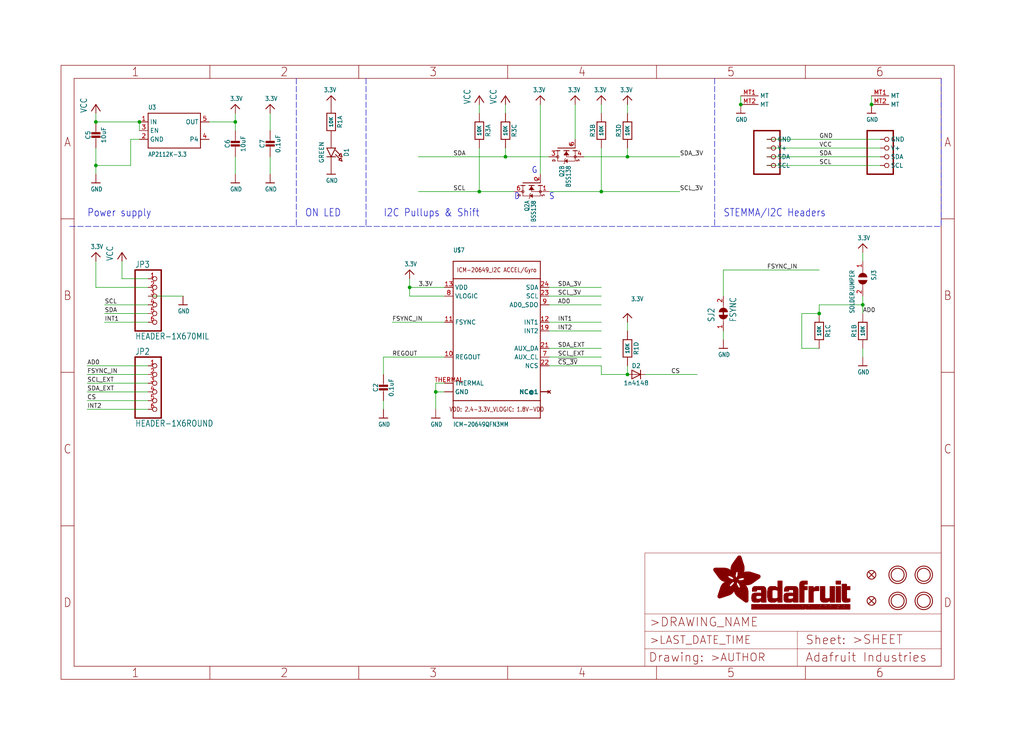
<source format=kicad_sch>
(kicad_sch (version 20211123) (generator eeschema)
  (paper "User" 298.45 217.881)
  (lib_symbols
    (symbol "schematicEagle-eagle-import:3.3V" (power)
      (property "Value" "3.3V" (at -1.524 1.016 0))
      (symbol "3.3V_1_0"
        (pin power_in line (at 0 -2.54 90) (length 2.54) (name "3.3V") (number "1"))
      )
    )
    (symbol "schematicEagle-eagle-import:CAP_CERAMIC0603_NO"
      (property "Reference" "C" (at -2.29 1.25 90))
      (property "Value" "CAP_CERAMIC0603_NO" (at 2.3 1.25 90))
      (symbol "CAP_CERAMIC0603_NO_1_0"
        (pin passive line (at 0 5.08 270) (length 2.54) (name "1") (number "1"))
        (pin passive line (at 0 -2.54 90) (length 2.54) (name "2") (number "2"))
      )
    )
    (symbol "schematicEagle-eagle-import:CAP_CERAMIC0805-NOOUTLINE"
      (property "Reference" "C" (at -2.29 1.25 90))
      (property "Value" "CAP_CERAMIC0805-NOOUTLINE" (at 2.3 1.25 90))
      (symbol "CAP_CERAMIC0805-NOOUTLINE_1_0"
        (pin passive line (at 0 5.08 270) (length 2.54) (name "1") (number "1"))
        (pin passive line (at 0 -2.54 90) (length 2.54) (name "2") (number "2"))
      )
    )
    (symbol "schematicEagle-eagle-import:DIODESOD-323"
      (property "Reference" "D" (at 0 2.54 0))
      (property "Value" "DIODESOD-323" (at 0 -2.5 0))
      (symbol "DIODESOD-323_1_0"
        (pin passive line (at -2.54 0 0) (length 2.54) (name "A") (number "A"))
        (pin passive line (at 2.54 0 180) (length 2.54) (name "C") (number "C"))
      )
    )
    (symbol "schematicEagle-eagle-import:FIDUCIAL_1MM")
    (symbol "schematicEagle-eagle-import:FRAME_A4_ADAFRUIT"
      (symbol "FRAME_A4_ADAFRUIT_0_0"
        (text "1" (at 21.6958 1.905 0) (effects (font (size 2.54 2.286))))
        (text "1" (at 21.6958 177.165 0) (effects (font (size 2.54 2.286))))
        (text "2" (at 65.0875 1.905 0) (effects (font (size 2.54 2.286))))
        (text "2" (at 65.0875 177.165 0) (effects (font (size 2.54 2.286))))
        (text "3" (at 108.4792 1.905 0) (effects (font (size 2.54 2.286))))
        (text "3" (at 108.4792 177.165 0) (effects (font (size 2.54 2.286))))
        (text "4" (at 151.8708 1.905 0) (effects (font (size 2.54 2.286))))
        (text "4" (at 151.8708 177.165 0) (effects (font (size 2.54 2.286))))
        (text "5" (at 195.2625 1.905 0) (effects (font (size 2.54 2.286))))
        (text "5" (at 195.2625 177.165 0) (effects (font (size 2.54 2.286))))
        (text "6" (at 238.6542 1.905 0) (effects (font (size 2.54 2.286))))
        (text "6" (at 238.6542 177.165 0) (effects (font (size 2.54 2.286))))
        (text "A" (at 1.905 156.6863 0) (effects (font (size 2.54 2.286))))
        (text "A" (at 258.445 156.6863 0) (effects (font (size 2.54 2.286))))
        (text "B" (at 1.905 111.9188 0) (effects (font (size 2.54 2.286))))
        (text "B" (at 258.445 111.9188 0) (effects (font (size 2.54 2.286))))
        (text "C" (at 1.905 67.1513 0) (effects (font (size 2.54 2.286))))
        (text "C" (at 258.445 67.1513 0) (effects (font (size 2.54 2.286))))
        (text "D" (at 1.905 22.3838 0) (effects (font (size 2.54 2.286))))
        (text "D" (at 258.445 22.3838 0) (effects (font (size 2.54 2.286))))
      )
      (symbol "FRAME_A4_ADAFRUIT_1_0"
        (text ">AUTHOR" (at 189.23 5.08 0) (effects (font (size 2.286 2.286)) (justify left bottom)))
        (text ">DRAWING_NAME" (at 171.45 15.24 0) (effects (font (size 2.54 2.54)) (justify left bottom)))
        (text ">LAST_DATE_TIME" (at 171.45 10.16 0) (effects (font (size 2.286 2.286)) (justify left bottom)))
        (text ">SHEET" (at 230.505 10.16 0) (effects (font (size 2.54 2.54)) (justify left bottom)))
        (text "Adafruit Industries" (at 216.916 4.953 0) (effects (font (size 2.54 2.54)) (justify left bottom)))
        (text "Drawing:" (at 171.196 4.953 0) (effects (font (size 2.54 2.54)) (justify left bottom)))
        (text "Sheet:" (at 216.916 10.033 0) (effects (font (size 2.54 2.54)) (justify left bottom)))
      )
    )
    (symbol "schematicEagle-eagle-import:GND" (power)
      (property "Value" "GND" (at -1.524 -2.54 0))
      (symbol "GND_1_0"
        (pin power_in line (at 0 2.54 270) (length 2.54) (name "GND") (number "1"))
      )
    )
    (symbol "schematicEagle-eagle-import:HEADER-1X670MIL"
      (property "Reference" "JP" (at -6.35 10.795 0))
      (property "Value" "HEADER-1X670MIL" (at -6.35 -10.16 0))
      (symbol "HEADER-1X670MIL_1_0"
        (pin passive inverted (at -2.54 7.62 0) (length 2.54) (name "1") (number "1"))
        (pin passive inverted (at -2.54 5.08 0) (length 2.54) (name "2") (number "2"))
        (pin passive inverted (at -2.54 2.54 0) (length 2.54) (name "3") (number "3"))
        (pin passive inverted (at -2.54 0 0) (length 2.54) (name "4") (number "4"))
        (pin passive inverted (at -2.54 -2.54 0) (length 2.54) (name "5") (number "5"))
        (pin passive inverted (at -2.54 -5.08 0) (length 2.54) (name "6") (number "6"))
      )
    )
    (symbol "schematicEagle-eagle-import:HEADER-1X6ROUND"
      (property "Reference" "JP" (at -6.35 10.795 0))
      (property "Value" "HEADER-1X6ROUND" (at -6.35 -10.16 0))
      (symbol "HEADER-1X6ROUND_1_0"
        (pin passive inverted (at -2.54 7.62 0) (length 2.54) (name "1") (number "1"))
        (pin passive inverted (at -2.54 5.08 0) (length 2.54) (name "2") (number "2"))
        (pin passive inverted (at -2.54 2.54 0) (length 2.54) (name "3") (number "3"))
        (pin passive inverted (at -2.54 0 0) (length 2.54) (name "4") (number "4"))
        (pin passive inverted (at -2.54 -2.54 0) (length 2.54) (name "5") (number "5"))
        (pin passive inverted (at -2.54 -5.08 0) (length 2.54) (name "6") (number "6"))
      )
    )
    (symbol "schematicEagle-eagle-import:ICM-20649QFN3MM"
      (property "Value" "ICM-20649QFN3MM" (at -12.7 -25.4 0))
      (symbol "ICM-20649QFN3MM_1_0"
        (text "ICM-20649_I2C ACCEL/Gyro" (at 0 20.32 0) (effects (font (size 1.27 1.0795))))
        (text "VDD: 2.4-3.3V_VLOGIC: 1.8V-VDD" (at 0 -20.32 0) (effects (font (size 1.27 1.0795))))
        (pin no_connect line (at 15.24 -15.24 180) (length 2.54) (name "NC@1") (number "1"))
        (pin passive line (at -15.24 -5.08 0) (length 2.54) (name "REGOUT") (number "10"))
        (pin input line (at -15.24 5.08 0) (length 2.54) (name "FSYNC") (number "11"))
        (pin output line (at 15.24 5.08 180) (length 2.54) (name "INT1") (number "12"))
        (pin power_in line (at -15.24 15.24 0) (length 2.54) (name "VDD") (number "13"))
        (pin no_connect line (at 15.24 -15.24 180) (length 2.54) (name "NC@1") (number "14"))
        (pin no_connect line (at 15.24 -15.24 180) (length 2.54) (name "NC@1") (number "15"))
        (pin no_connect line (at 15.24 -15.24 180) (length 2.54) (name "NC@1") (number "16"))
        (pin no_connect line (at 15.24 -15.24 180) (length 2.54) (name "NC@1") (number "17"))
        (pin power_in line (at -15.24 -15.24 0) (length 2.54) (name "GND") (number "18"))
        (pin output line (at 15.24 2.54 180) (length 2.54) (name "INT2") (number "19"))
        (pin no_connect line (at 15.24 -15.24 180) (length 2.54) (name "NC@1") (number "2"))
        (pin power_in line (at -15.24 -15.24 0) (length 2.54) (name "GND") (number "20"))
        (pin bidirectional line (at 15.24 -2.54 180) (length 2.54) (name "AUX_DA") (number "21"))
        (pin input line (at 15.24 -7.62 180) (length 2.54) (name "NCS") (number "22"))
        (pin bidirectional line (at 15.24 12.7 180) (length 2.54) (name "SCL") (number "23"))
        (pin bidirectional line (at 15.24 15.24 180) (length 2.54) (name "SDA") (number "24"))
        (pin no_connect line (at 15.24 -15.24 180) (length 2.54) (name "NC@1") (number "3"))
        (pin no_connect line (at 15.24 -15.24 180) (length 2.54) (name "NC@1") (number "4"))
        (pin no_connect line (at 15.24 -15.24 180) (length 2.54) (name "NC@1") (number "5"))
        (pin no_connect line (at 15.24 -15.24 180) (length 2.54) (name "NC@1") (number "6"))
        (pin bidirectional line (at 15.24 -5.08 180) (length 2.54) (name "AUX_CL") (number "7"))
        (pin power_in line (at -15.24 12.7 0) (length 2.54) (name "VLOGIC") (number "8"))
        (pin input line (at 15.24 10.16 180) (length 2.54) (name "AD0_SDO") (number "9"))
        (pin power_in line (at -15.24 -12.7 0) (length 2.54) (name "THERMAL") (number "THERMAL"))
      )
    )
    (symbol "schematicEagle-eagle-import:LED0603_NOOUTLINE"
      (property "Reference" "D" (at -1.27 4.445 0))
      (property "Value" "LED0603_NOOUTLINE" (at -1.27 -2.794 0))
      (symbol "LED0603_NOOUTLINE_1_0"
        (pin passive line (at -5.08 0 0) (length 2.54) (name "A") (number "A"))
        (pin passive line (at 2.54 0 180) (length 2.54) (name "C") (number "C"))
      )
    )
    (symbol "schematicEagle-eagle-import:MOSFET-N_DUAL"
      (property "Reference" "Q" (at 5.08 0.635 0))
      (property "Value" "MOSFET-N_DUAL" (at 5.08 -1.27 0))
      (symbol "MOSFET-N_DUAL_1_0"
        (text "D" (at 3.175 3.175 0) (effects (font (size 0.8128 0.6908)) (justify left bottom)))
        (text "G" (at -1.27 -1.905 0) (effects (font (size 0.8128 0.6908)) (justify left bottom)))
        (text "S" (at 3.175 -3.81 0) (effects (font (size 0.8128 0.6908)) (justify left bottom)))
        (pin bidirectional line (at 2.54 -5.08 90) (length 2.54) (name "S") (number "1"))
        (pin bidirectional line (at -2.54 -2.54 0) (length 2.54) (name "G") (number "2"))
        (pin bidirectional line (at 2.54 5.08 270) (length 2.54) (name "D") (number "6"))
      )
      (symbol "MOSFET-N_DUAL_2_0"
        (text "D" (at 3.175 3.175 0) (effects (font (size 0.8128 0.6908)) (justify left bottom)))
        (text "G" (at -1.27 -1.905 0) (effects (font (size 0.8128 0.6908)) (justify left bottom)))
        (text "S" (at 3.175 -3.81 0) (effects (font (size 0.8128 0.6908)) (justify left bottom)))
        (pin bidirectional line (at 2.54 5.08 270) (length 2.54) (name "D") (number "3"))
        (pin bidirectional line (at 2.54 -5.08 90) (length 2.54) (name "S") (number "4"))
        (pin bidirectional line (at -2.54 -2.54 0) (length 2.54) (name "G") (number "5"))
      )
    )
    (symbol "schematicEagle-eagle-import:MOUNTINGHOLE2.5")
    (symbol "schematicEagle-eagle-import:RESISTOR_4PACK"
      (property "Reference" "R" (at 0 2.54 0))
      (property "Value" "RESISTOR_4PACK" (at 0 0 0))
      (symbol "RESISTOR_4PACK_1_0"
        (pin passive line (at -5.08 0 0) (length 2.54) (name "1") (number "1"))
        (pin passive line (at 5.08 0 180) (length 2.54) (name "2") (number "8"))
      )
      (symbol "RESISTOR_4PACK_2_0"
        (pin passive line (at -5.08 0 0) (length 2.54) (name "1") (number "2"))
        (pin passive line (at 5.08 0 180) (length 2.54) (name "2") (number "7"))
      )
      (symbol "RESISTOR_4PACK_3_0"
        (pin passive line (at -5.08 0 0) (length 2.54) (name "1") (number "3"))
        (pin passive line (at 5.08 0 180) (length 2.54) (name "2") (number "6"))
      )
      (symbol "RESISTOR_4PACK_4_0"
        (pin passive line (at -5.08 0 0) (length 2.54) (name "1") (number "4"))
        (pin passive line (at 5.08 0 180) (length 2.54) (name "2") (number "5"))
      )
    )
    (symbol "schematicEagle-eagle-import:SOLDERJUMPER"
      (property "Reference" "SJ" (at -2.54 2.54 0))
      (property "Value" "SOLDERJUMPER" (at -2.54 -3.81 0))
      (symbol "SOLDERJUMPER_1_0"
        (pin passive line (at -5.08 0 0) (length 2.54) (name "1") (number "1"))
        (pin passive line (at 5.08 0 180) (length 2.54) (name "2") (number "2"))
      )
    )
    (symbol "schematicEagle-eagle-import:SOLDERJUMPER_CLOSED"
      (property "Reference" "SJ" (at -2.54 2.54 0))
      (property "Value" "SOLDERJUMPER_CLOSED" (at -2.54 -3.81 0))
      (symbol "SOLDERJUMPER_CLOSED_1_0"
        (pin passive line (at -5.08 0 0) (length 2.54) (name "1") (number "1"))
        (pin passive line (at 5.08 0 180) (length 2.54) (name "2") (number "2"))
      )
    )
    (symbol "schematicEagle-eagle-import:STEMMA_I2C_QT"
      (symbol "STEMMA_I2C_QT_1_0"
        (pin passive inverted (at 0 5.08 0) (length 2.54) (name "GND") (number "1"))
        (pin passive inverted (at 0 2.54 0) (length 2.54) (name "V+") (number "2"))
        (pin passive inverted (at 0 0 0) (length 2.54) (name "SDA") (number "3"))
        (pin passive inverted (at 0 -2.54 0) (length 2.54) (name "SCL") (number "4"))
      )
      (symbol "STEMMA_I2C_QT_2_0"
        (pin bidirectional line (at 0 0 0) (length 5.08) (name "MT") (number "MT1"))
      )
      (symbol "STEMMA_I2C_QT_3_0"
        (pin bidirectional line (at 0 0 0) (length 5.08) (name "MT") (number "MT2"))
      )
    )
    (symbol "schematicEagle-eagle-import:VCC" (power)
      (property "Value" "VCC" (at -2.54 -2.54 90))
      (symbol "VCC_1_0"
        (pin power_in line (at 0 -2.54 90) (length 2.54) (name "VCC") (number "1"))
      )
    )
    (symbol "schematicEagle-eagle-import:VREG_SOT23-5"
      (property "Reference" "U" (at -7.62 6.096 0))
      (property "Value" "VREG_SOT23-5" (at -7.62 -7.62 0))
      (symbol "VREG_SOT23-5_1_0"
        (pin power_in line (at -10.16 2.54 0) (length 2.54) (name "IN") (number "1"))
        (pin power_in line (at -10.16 -2.54 0) (length 2.54) (name "GND") (number "2"))
        (pin input line (at -10.16 0 0) (length 2.54) (name "EN") (number "3"))
        (pin bidirectional line (at 10.16 -2.54 180) (length 2.54) (name "P4") (number "4"))
        (pin power_in line (at 10.16 2.54 180) (length 2.54) (name "OUT") (number "5"))
      )
    )
  )
  (junction (at 215.9 30.48))
  (junction (at 127 114.3))
  (junction (at 182.88 45.72))
  (junction (at 147.32 45.72))
  (junction (at 254 30.48))
  (junction (at 182.88 109.22))
  (junction (at 119.38 83.82))
  (junction (at 139.7 55.88))
  (junction (at 251.46 88.9))
  (junction (at 238.76 91.44))
  (junction (at 68.58 35.56))
  (junction (at 27.94 35.56))
  (junction (at 27.94 48.26))
  (junction (at 40.64 35.56))
  (junction (at 175.26 55.88))
  (wire (pts (xy 129.54 86.36) (xy 119.38 86.36)))
  (wire (pts (xy 160.02 104.14) (xy 175.26 104.14)))
  (wire (pts (xy 182.88 93.98) (xy 182.88 96.52)))
  (wire (pts (xy 40.64 40.64) (xy 38.1 40.64)))
  (wire (pts (xy 175.26 55.88) (xy 198.12 55.88)))
  (wire (pts (xy 251.46 88.9) (xy 251.46 91.44)))
  (wire (pts (xy 40.64 38.1) (xy 40.64 35.56)))
  (wire (pts (xy 78.74 45.72) (xy 78.74 50.8)))
  (wire (pts (xy 157.48 50.8) (xy 157.48 30.48)))
  (wire (pts (xy 256.54 45.72) (xy 223.52 45.72)))
  (wire (pts (xy 238.76 91.44) (xy 238.76 88.9)))
  (wire (pts (xy 111.76 116.84) (xy 111.76 119.38)))
  (wire (pts (xy 35.56 81.28) (xy 35.56 76.2)))
  (wire (pts (xy 182.88 33.02) (xy 182.88 30.48)))
  (wire (pts (xy 38.1 40.64) (xy 38.1 48.26)))
  (wire (pts (xy 43.18 81.28) (xy 35.56 81.28)))
  (wire (pts (xy 43.18 91.44) (xy 30.48 91.44)))
  (wire (pts (xy 238.76 91.44) (xy 233.68 91.44)))
  (wire (pts (xy 215.9 27.94) (xy 215.9 30.48)))
  (wire (pts (xy 25.4 114.3) (xy 43.18 114.3)))
  (wire (pts (xy 160.02 101.6) (xy 175.26 101.6)))
  (wire (pts (xy 43.18 83.82) (xy 27.94 83.82)))
  (wire (pts (xy 43.18 93.98) (xy 30.48 93.98)))
  (wire (pts (xy 167.64 40.64) (xy 167.64 30.48)))
  (wire (pts (xy 160.02 106.68) (xy 175.26 106.68)))
  (wire (pts (xy 43.18 88.9) (xy 30.48 88.9)))
  (wire (pts (xy 38.1 48.26) (xy 27.94 48.26)))
  (wire (pts (xy 210.82 96.52) (xy 210.82 99.06)))
  (wire (pts (xy 129.54 114.3) (xy 127 114.3)))
  (wire (pts (xy 147.32 43.18) (xy 147.32 45.72)))
  (wire (pts (xy 68.58 45.72) (xy 68.58 50.8)))
  (wire (pts (xy 147.32 33.02) (xy 147.32 30.48)))
  (wire (pts (xy 223.52 48.26) (xy 256.54 48.26)))
  (wire (pts (xy 43.18 116.84) (xy 25.4 116.84)))
  (wire (pts (xy 182.88 43.18) (xy 182.88 45.72)))
  (wire (pts (xy 251.46 76.2) (xy 251.46 73.66)))
  (polyline (pts (xy 208.28 22.86) (xy 208.28 66.04)))
  (wire (pts (xy 182.88 45.72) (xy 198.12 45.72)))
  (wire (pts (xy 160.02 55.88) (xy 175.26 55.88)))
  (polyline (pts (xy 208.28 66.04) (xy 274.32 66.04)))
  (wire (pts (xy 78.74 33.02) (xy 78.74 38.1)))
  (wire (pts (xy 182.88 109.22) (xy 175.26 109.22)))
  (wire (pts (xy 160.02 93.98) (xy 175.26 93.98)))
  (wire (pts (xy 160.02 83.82) (xy 175.26 83.82)))
  (polyline (pts (xy 106.68 22.86) (xy 106.68 66.04)))
  (wire (pts (xy 256.54 40.64) (xy 223.52 40.64)))
  (wire (pts (xy 68.58 35.56) (xy 68.58 33.02)))
  (wire (pts (xy 43.18 86.36) (xy 53.34 86.36)))
  (wire (pts (xy 111.76 104.14) (xy 111.76 109.22)))
  (wire (pts (xy 40.64 35.56) (xy 27.94 35.56)))
  (wire (pts (xy 129.54 83.82) (xy 119.38 83.82)))
  (wire (pts (xy 175.26 109.22) (xy 175.26 106.68)))
  (wire (pts (xy 25.4 111.76) (xy 43.18 111.76)))
  (wire (pts (xy 25.4 109.22) (xy 43.18 109.22)))
  (wire (pts (xy 175.26 43.18) (xy 175.26 55.88)))
  (wire (pts (xy 233.68 101.6) (xy 238.76 101.6)))
  (polyline (pts (xy 274.32 22.86) (xy 274.32 66.04)))
  (polyline (pts (xy 106.68 66.04) (xy 208.28 66.04)))
  (wire (pts (xy 119.38 86.36) (xy 119.38 83.82)))
  (wire (pts (xy 129.54 111.76) (xy 127 111.76)))
  (wire (pts (xy 210.82 78.74) (xy 238.76 78.74)))
  (wire (pts (xy 175.26 33.02) (xy 175.26 30.48)))
  (wire (pts (xy 147.32 45.72) (xy 121.92 45.72)))
  (wire (pts (xy 170.18 45.72) (xy 182.88 45.72)))
  (wire (pts (xy 182.88 106.68) (xy 182.88 109.22)))
  (wire (pts (xy 139.7 43.18) (xy 139.7 55.88)))
  (wire (pts (xy 238.76 88.9) (xy 251.46 88.9)))
  (wire (pts (xy 60.96 35.56) (xy 68.58 35.56)))
  (wire (pts (xy 25.4 106.68) (xy 43.18 106.68)))
  (polyline (pts (xy 86.36 22.86) (xy 86.36 66.04)))
  (wire (pts (xy 43.18 119.38) (xy 25.4 119.38)))
  (wire (pts (xy 27.94 48.26) (xy 27.94 43.18)))
  (wire (pts (xy 149.86 55.88) (xy 139.7 55.88)))
  (wire (pts (xy 114.3 93.98) (xy 129.54 93.98)))
  (wire (pts (xy 160.02 86.36) (xy 175.26 86.36)))
  (wire (pts (xy 160.02 88.9) (xy 175.26 88.9)))
  (wire (pts (xy 251.46 86.36) (xy 251.46 88.9)))
  (wire (pts (xy 210.82 86.36) (xy 210.82 78.74)))
  (wire (pts (xy 27.94 33.02) (xy 27.94 35.56)))
  (wire (pts (xy 233.68 91.44) (xy 233.68 101.6)))
  (wire (pts (xy 139.7 55.88) (xy 121.92 55.88)))
  (wire (pts (xy 27.94 48.26) (xy 27.94 50.8)))
  (wire (pts (xy 127 111.76) (xy 127 114.3)))
  (wire (pts (xy 254 30.48) (xy 254 27.94)))
  (wire (pts (xy 119.38 83.82) (xy 119.38 81.28)))
  (wire (pts (xy 187.96 109.22) (xy 203.2 109.22)))
  (wire (pts (xy 68.58 35.56) (xy 68.58 38.1)))
  (wire (pts (xy 129.54 104.14) (xy 111.76 104.14)))
  (wire (pts (xy 223.52 43.18) (xy 256.54 43.18)))
  (polyline (pts (xy 20.32 66.04) (xy 86.36 66.04)))
  (wire (pts (xy 27.94 83.82) (xy 27.94 76.2)))
  (wire (pts (xy 251.46 101.6) (xy 251.46 104.14)))
  (wire (pts (xy 139.7 30.48) (xy 139.7 33.02)))
  (wire (pts (xy 127 114.3) (xy 127 119.38)))
  (polyline (pts (xy 86.36 66.04) (xy 106.68 66.04)))
  (wire (pts (xy 160.02 96.52) (xy 175.26 96.52)))
  (wire (pts (xy 160.02 45.72) (xy 147.32 45.72)))
  (text "D" (at 149.86 58.42 180) (effects (font (size 1.778 1.5113)) (justify left bottom)))
  (text "ON LED" (at 88.9 63.5 180) (effects (font (size 2.1844 1.8567)) (justify left bottom)))
  (text "S" (at 160.02 58.42 180) (effects (font (size 1.778 1.5113)) (justify left bottom)))
  (text "Power supply" (at 25.4 63.5 180) (effects (font (size 2.1844 1.8567)) (justify left bottom)))
  (text "STEMMA/I2C Headers" (at 210.82 63.5 180) (effects (font (size 2.1844 1.8567)) (justify left bottom)))
  (text "G" (at 154.94 50.8 180) (effects (font (size 1.778 1.5113)) (justify left bottom)))
  (text "I2C Pullups & Shift" (at 111.76 63.5 180) (effects (font (size 2.1844 1.8567)) (justify left bottom)))
  (label "VCC" (at 238.76 43.18 0) (effects (font (size 1.2446 1.2446))))
  (label "INT2" (at 162.56 96.52 0) (effects (font (size 1.2446 1.2446))))
  (label "SCL" (at 30.48 88.9 0) (effects (font (size 1.2446 1.2446))))
  (label "SDA" (at 238.76 45.72 0) (effects (font (size 1.2446 1.2446))))
  (label "INT2" (at 25.4 119.38 0) (effects (font (size 1.2446 1.2446))))
  (label "SDA_EXT" (at 162.56 101.6 0) (effects (font (size 1.2446 1.2446))))
  (label "AD0" (at 162.56 88.9 0) (effects (font (size 1.2446 1.2446))))
  (label "CS" (at 195.58 109.22 0) (effects (font (size 1.2446 1.2446))))
  (label "FSYNC_IN" (at 25.4 109.22 0) (effects (font (size 1.2446 1.2446))))
  (label "SDA_3V" (at 162.56 83.82 0) (effects (font (size 1.2446 1.2446))))
  (label "SCL_EXT" (at 162.56 104.14 0) (effects (font (size 1.2446 1.2446))))
  (label "SDA_EXT" (at 25.4 114.3 0) (effects (font (size 1.2446 1.2446))))
  (label "SCL" (at 238.76 48.26 0) (effects (font (size 1.2446 1.2446))))
  (label "FSYNC_IN" (at 223.52 78.74 0) (effects (font (size 1.2446 1.2446))))
  (label "AD0" (at 251.46 91.44 0) (effects (font (size 1.2446 1.2446))))
  (label "CS" (at 25.4 116.84 0) (effects (font (size 1.2446 1.2446))))
  (label "3.3V" (at 121.92 83.82 0) (effects (font (size 1.2446 1.2446))))
  (label "GND" (at 238.76 40.64 0) (effects (font (size 1.2446 1.2446))))
  (label "SCL_EXT" (at 25.4 111.76 0) (effects (font (size 1.2446 1.2446))))
  (label "SCL_3V" (at 198.12 55.88 0) (effects (font (size 1.2446 1.2446))))
  (label "INT1" (at 162.56 93.98 0) (effects (font (size 1.2446 1.2446))))
  (label "INT1" (at 30.48 93.98 0) (effects (font (size 1.2446 1.2446))))
  (label "SDA_3V" (at 198.12 45.72 0) (effects (font (size 1.2446 1.2446))))
  (label "AD0" (at 25.4 106.68 0) (effects (font (size 1.2446 1.2446))))
  (label "~{CS_3V}" (at 162.56 106.68 0) (effects (font (size 1.2446 1.2446))))
  (label "SDA" (at 132.08 45.72 0) (effects (font (size 1.2446 1.2446))))
  (label "FSYNC_IN" (at 114.3 93.98 0) (effects (font (size 1.2446 1.2446))))
  (label "SCL" (at 132.08 55.88 0) (effects (font (size 1.2446 1.2446))))
  (label "SCL_3V" (at 162.56 86.36 0) (effects (font (size 1.2446 1.2446))))
  (label "REGOUT" (at 114.3 104.14 0) (effects (font (size 1.2446 1.2446))))
  (label "SDA" (at 30.48 91.44 0) (effects (font (size 1.2446 1.2446))))
  (symbol (lib_id "schematicEagle-eagle-import:HEADER-1X670MIL") (at 45.72 88.9 0) (unit 1)
    (property "Reference" "JP3" (at 39.37 78.105 0) (effects (font (size 1.778 1.5113)) (justify left bottom)))
    (property "Value" "HEADER-1X670MIL" (at 39.37 99.06 0) (effects (font (size 1.778 1.5113)) (justify left bottom)))
    (property "Footprint" "schematicEagle:1X06_ROUND_70" (effects hide))
  )
  (symbol (lib_id "schematicEagle-eagle-import:CAP_CERAMIC0603_NO") (at 78.74 43.18 0) (unit 1)
    (property "Reference" "C7" (at 76.45 41.93 90))
    (property "Value" "0.1uF" (at 81.04 41.93 90))
    (property "Footprint" "schematicEagle:0603-NO" (effects hide))
  )
  (symbol (lib_id "schematicEagle-eagle-import:GND") (at 215.9 33.02 0) (unit 1)
    (property "Reference" "#U$8" (effects hide))
    (property "Value" "GND" (at 214.376 35.56 0) (effects (font (size 1.27 1.0795)) (justify left bottom)))
    (property "Footprint" "schematicEagle:" (effects hide))
  )
  (symbol (lib_id "schematicEagle-eagle-import:RESISTOR_4PACK") (at 182.88 38.1 90) (mirror x) (unit 4)
    (property "Reference" "R3" (at 180.34 38.1 0))
    (property "Value" "10K" (at 182.88 38.1 0) (effects (font (size 1.016 1.016) bold)))
    (property "Footprint" "schematicEagle:RESPACK_4X0603" (effects hide))
  )
  (symbol (lib_id "schematicEagle-eagle-import:FIDUCIAL_1MM") (at 254 175.26 0) (unit 1)
    (property "Reference" "FID3" (effects hide))
    (property "Value" "FIDUCIAL_1MM" (effects hide))
    (property "Footprint" "schematicEagle:FIDUCIAL_1MM" (effects hide))
  )
  (symbol (lib_id "schematicEagle-eagle-import:CAP_CERAMIC0805-NOOUTLINE") (at 27.94 40.64 0) (unit 1)
    (property "Reference" "C5" (at 25.65 39.39 90))
    (property "Value" "10uF" (at 30.24 39.39 90))
    (property "Footprint" "schematicEagle:0805-NO" (effects hide))
  )
  (symbol (lib_id "schematicEagle-eagle-import:SOLDERJUMPER_CLOSED") (at 210.82 91.44 90) (unit 1)
    (property "Reference" "SJ2" (at 208.28 93.98 0) (effects (font (size 1.778 1.5113)) (justify left bottom)))
    (property "Value" "FSYNC" (at 214.63 93.98 0) (effects (font (size 1.778 1.5113)) (justify left bottom)))
    (property "Footprint" "schematicEagle:SOLDERJUMPER_CLOSEDWIRE" (effects hide))
  )
  (symbol (lib_id "schematicEagle-eagle-import:RESISTOR_4PACK") (at 238.76 96.52 270) (unit 3)
    (property "Reference" "R1" (at 241.3 96.52 0))
    (property "Value" "10K" (at 238.76 96.52 0) (effects (font (size 1.016 1.016) bold)))
    (property "Footprint" "schematicEagle:RESPACK_4X0603" (effects hide))
  )
  (symbol (lib_id "schematicEagle-eagle-import:MOSFET-N_DUAL") (at 165.1 43.18 90) (mirror x) (unit 2)
    (property "Reference" "Q2" (at 164.465 48.26 0) (effects (font (size 1.27 1.0795)) (justify left bottom)))
    (property "Value" "BSS138" (at 166.37 48.26 0) (effects (font (size 1.27 1.0795)) (justify left bottom)))
    (property "Footprint" "schematicEagle:SOT363" (effects hide))
  )
  (symbol (lib_id "schematicEagle-eagle-import:GND") (at 27.94 53.34 0) (unit 1)
    (property "Reference" "#U$24" (effects hide))
    (property "Value" "GND" (at 26.416 55.88 0) (effects (font (size 1.27 1.0795)) (justify left bottom)))
    (property "Footprint" "schematicEagle:" (effects hide))
  )
  (symbol (lib_id "schematicEagle-eagle-import:RESISTOR_4PACK") (at 147.32 38.1 270) (unit 3)
    (property "Reference" "R3" (at 149.86 38.1 0))
    (property "Value" "10K" (at 147.32 38.1 0) (effects (font (size 1.016 1.016) bold)))
    (property "Footprint" "schematicEagle:RESPACK_4X0603" (effects hide))
  )
  (symbol (lib_id "schematicEagle-eagle-import:CAP_CERAMIC0603_NO") (at 111.76 114.3 0) (unit 1)
    (property "Reference" "C2" (at 109.47 113.05 90))
    (property "Value" "0.1uF" (at 114.06 113.05 90))
    (property "Footprint" "schematicEagle:0603-NO" (effects hide))
  )
  (symbol (lib_id "schematicEagle-eagle-import:STEMMA_I2C_QT") (at 254 30.48 0) (unit 3)
    (property "Reference" "CONN4" (effects hide))
    (property "Value" "STEMMA_I2C_QT" (effects hide))
    (property "Footprint" "schematicEagle:JST_SH4" (effects hide))
  )
  (symbol (lib_id "schematicEagle-eagle-import:VREG_SOT23-5") (at 50.8 38.1 0) (unit 1)
    (property "Reference" "U3" (at 43.18 32.004 0) (effects (font (size 1.27 1.0795)) (justify left bottom)))
    (property "Value" "AP2112K-3.3" (at 43.18 45.72 0) (effects (font (size 1.27 1.0795)) (justify left bottom)))
    (property "Footprint" "schematicEagle:SOT23-5" (effects hide))
  )
  (symbol (lib_id "schematicEagle-eagle-import:GND") (at 251.46 106.68 0) (unit 1)
    (property "Reference" "#U$6" (effects hide))
    (property "Value" "GND" (at 249.936 109.22 0) (effects (font (size 1.27 1.0795)) (justify left bottom)))
    (property "Footprint" "schematicEagle:" (effects hide))
  )
  (symbol (lib_id "schematicEagle-eagle-import:RESISTOR_4PACK") (at 175.26 38.1 90) (mirror x) (unit 2)
    (property "Reference" "R3" (at 172.72 38.1 0))
    (property "Value" "10K" (at 175.26 38.1 0) (effects (font (size 1.016 1.016) bold)))
    (property "Footprint" "schematicEagle:RESPACK_4X0603" (effects hide))
  )
  (symbol (lib_id "schematicEagle-eagle-import:GND") (at 210.82 101.6 0) (unit 1)
    (property "Reference" "#U$10" (effects hide))
    (property "Value" "GND" (at 209.296 104.14 0) (effects (font (size 1.27 1.0795)) (justify left bottom)))
    (property "Footprint" "schematicEagle:" (effects hide))
  )
  (symbol (lib_id "schematicEagle-eagle-import:MOUNTINGHOLE2.5") (at 269.24 167.64 0) (unit 1)
    (property "Reference" "U$42" (effects hide))
    (property "Value" "MOUNTINGHOLE2.5" (effects hide))
    (property "Footprint" "schematicEagle:MOUNTINGHOLE_2.5_PLATED" (effects hide))
  )
  (symbol (lib_id "schematicEagle-eagle-import:MOSFET-N_DUAL") (at 154.94 53.34 90) (mirror x) (unit 1)
    (property "Reference" "Q2" (at 154.305 58.42 0) (effects (font (size 1.27 1.0795)) (justify left bottom)))
    (property "Value" "BSS138" (at 156.21 58.42 0) (effects (font (size 1.27 1.0795)) (justify left bottom)))
    (property "Footprint" "schematicEagle:SOT363" (effects hide))
  )
  (symbol (lib_id "schematicEagle-eagle-import:3.3V") (at 119.38 78.74 0) (unit 1)
    (property "Reference" "#U$3" (effects hide))
    (property "Value" "3.3V" (at 117.856 77.724 0) (effects (font (size 1.27 1.0795)) (justify left bottom)))
    (property "Footprint" "schematicEagle:" (effects hide))
  )
  (symbol (lib_id "schematicEagle-eagle-import:GND") (at 111.76 121.92 0) (unit 1)
    (property "Reference" "#U$13" (effects hide))
    (property "Value" "GND" (at 110.236 124.46 0) (effects (font (size 1.27 1.0795)) (justify left bottom)))
    (property "Footprint" "schematicEagle:" (effects hide))
  )
  (symbol (lib_id "schematicEagle-eagle-import:GND") (at 78.74 53.34 0) (unit 1)
    (property "Reference" "#U$28" (effects hide))
    (property "Value" "GND" (at 77.216 55.88 0) (effects (font (size 1.27 1.0795)) (justify left bottom)))
    (property "Footprint" "schematicEagle:" (effects hide))
  )
  (symbol (lib_id "schematicEagle-eagle-import:STEMMA_I2C_QT") (at 215.9 30.48 0) (unit 3)
    (property "Reference" "CONN3" (effects hide))
    (property "Value" "STEMMA_I2C_QT" (effects hide))
    (property "Footprint" "schematicEagle:JST_SH4" (effects hide))
  )
  (symbol (lib_id "schematicEagle-eagle-import:LED0603_NOOUTLINE") (at 96.52 45.72 270) (unit 1)
    (property "Reference" "D1" (at 100.965 44.45 0))
    (property "Value" "GREEN" (at 93.726 44.45 0))
    (property "Footprint" "schematicEagle:CHIPLED_0603_NOOUTLINE" (effects hide))
  )
  (symbol (lib_id "schematicEagle-eagle-import:MOUNTINGHOLE2.5") (at 261.62 167.64 0) (unit 1)
    (property "Reference" "U$40" (effects hide))
    (property "Value" "MOUNTINGHOLE2.5" (effects hide))
    (property "Footprint" "schematicEagle:MOUNTINGHOLE_2.5_PLATED" (effects hide))
  )
  (symbol (lib_id "schematicEagle-eagle-import:VCC") (at 35.56 73.66 0) (unit 1)
    (property "Reference" "#P+4" (effects hide))
    (property "Value" "VCC" (at 33.02 76.2 90) (effects (font (size 1.778 1.5113)) (justify left bottom)))
    (property "Footprint" "schematicEagle:" (effects hide))
  )
  (symbol (lib_id "schematicEagle-eagle-import:STEMMA_I2C_QT") (at 223.52 45.72 0) (unit 1)
    (property "Reference" "CONN3" (effects hide))
    (property "Value" "STEMMA_I2C_QT" (effects hide))
    (property "Footprint" "schematicEagle:JST_SH4" (effects hide))
  )
  (symbol (lib_id "schematicEagle-eagle-import:GND") (at 68.58 53.34 0) (unit 1)
    (property "Reference" "#U$27" (effects hide))
    (property "Value" "GND" (at 67.056 55.88 0) (effects (font (size 1.27 1.0795)) (justify left bottom)))
    (property "Footprint" "schematicEagle:" (effects hide))
  )
  (symbol (lib_id "schematicEagle-eagle-import:ICM-20649QFN3MM") (at 144.78 99.06 0) (unit 1)
    (property "Reference" "U$7" (at 132.08 73.66 0) (effects (font (size 1.27 1.0795)) (justify left bottom)))
    (property "Value" "ICM-20649QFN3MM" (at 132.08 124.46 0) (effects (font (size 1.27 1.0795)) (justify left bottom)))
    (property "Footprint" "schematicEagle:QFN24_3MM" (effects hide))
  )
  (symbol (lib_id "schematicEagle-eagle-import:FRAME_A4_ADAFRUIT") (at 17.78 198.12 0) (unit 1)
    (property "Reference" "#U$41" (effects hide))
    (property "Value" "FRAME_A4_ADAFRUIT" (effects hide))
    (property "Footprint" "schematicEagle:" (effects hide))
  )
  (symbol (lib_id "schematicEagle-eagle-import:3.3V") (at 157.48 27.94 0) (mirror y) (unit 1)
    (property "Reference" "#U$36" (effects hide))
    (property "Value" "3.3V" (at 159.004 26.924 0) (effects (font (size 1.27 1.0795)) (justify left bottom)))
    (property "Footprint" "schematicEagle:" (effects hide))
  )
  (symbol (lib_id "schematicEagle-eagle-import:RESISTOR_4PACK") (at 96.52 35.56 270) (unit 1)
    (property "Reference" "R1" (at 99.06 35.56 0))
    (property "Value" "10K" (at 96.52 35.56 0) (effects (font (size 1.016 1.016) bold)))
    (property "Footprint" "schematicEagle:RESPACK_4X0603" (effects hide))
  )
  (symbol (lib_id "schematicEagle-eagle-import:RESISTOR_4PACK") (at 182.88 101.6 270) (unit 4)
    (property "Reference" "R1" (at 185.42 101.6 0))
    (property "Value" "10K" (at 182.88 101.6 0) (effects (font (size 1.016 1.016) bold)))
    (property "Footprint" "schematicEagle:RESPACK_4X0603" (effects hide))
  )
  (symbol (lib_id "schematicEagle-eagle-import:3.3V") (at 27.94 73.66 0) (unit 1)
    (property "Reference" "#U$38" (effects hide))
    (property "Value" "3.3V" (at 26.416 72.644 0) (effects (font (size 1.27 1.0795)) (justify left bottom)))
    (property "Footprint" "schematicEagle:" (effects hide))
  )
  (symbol (lib_id "schematicEagle-eagle-import:GND") (at 254 33.02 0) (unit 1)
    (property "Reference" "#U$9" (effects hide))
    (property "Value" "GND" (at 252.476 35.56 0) (effects (font (size 1.27 1.0795)) (justify left bottom)))
    (property "Footprint" "schematicEagle:" (effects hide))
  )
  (symbol (lib_id "schematicEagle-eagle-import:3.3V") (at 78.74 30.48 0) (unit 1)
    (property "Reference" "#U$30" (effects hide))
    (property "Value" "3.3V" (at 77.216 29.464 0) (effects (font (size 1.27 1.0795)) (justify left bottom)))
    (property "Footprint" "schematicEagle:" (effects hide))
  )
  (symbol (lib_id "schematicEagle-eagle-import:3.3V") (at 96.52 27.94 0) (mirror y) (unit 1)
    (property "Reference" "#U$1" (effects hide))
    (property "Value" "3.3V" (at 98.044 26.924 0) (effects (font (size 1.27 1.0795)) (justify left bottom)))
    (property "Footprint" "schematicEagle:" (effects hide))
  )
  (symbol (lib_id "schematicEagle-eagle-import:DIODESOD-323") (at 185.42 109.22 0) (unit 1)
    (property "Reference" "D2" (at 185.42 106.68 0))
    (property "Value" "1n4148" (at 185.42 111.72 0))
    (property "Footprint" "schematicEagle:SOD-323" (effects hide))
  )
  (symbol (lib_id "schematicEagle-eagle-import:3.3V") (at 175.26 27.94 0) (mirror y) (unit 1)
    (property "Reference" "#U$35" (effects hide))
    (property "Value" "3.3V" (at 176.784 26.924 0) (effects (font (size 1.27 1.0795)) (justify left bottom)))
    (property "Footprint" "schematicEagle:" (effects hide))
  )
  (symbol (lib_id "schematicEagle-eagle-import:SOLDERJUMPER") (at 251.46 81.28 270) (unit 1)
    (property "Reference" "SJ3" (at 254 78.74 0) (effects (font (size 1.27 1.0795)) (justify left bottom)))
    (property "Value" "SOLDERJUMPER" (at 247.65 78.74 0) (effects (font (size 1.27 1.0795)) (justify left bottom)))
    (property "Footprint" "schematicEagle:SOLDERJUMPER_ARROW_NOPASTE" (effects hide))
  )
  (symbol (lib_id "schematicEagle-eagle-import:STEMMA_I2C_QT") (at 256.54 45.72 0) (unit 1)
    (property "Reference" "CONN4" (effects hide))
    (property "Value" "STEMMA_I2C_QT" (effects hide))
    (property "Footprint" "schematicEagle:JST_SH4" (effects hide))
  )
  (symbol (lib_id "schematicEagle-eagle-import:3.3V") (at 167.64 27.94 0) (mirror y) (unit 1)
    (property "Reference" "#U$37" (effects hide))
    (property "Value" "3.3V" (at 169.164 26.924 0) (effects (font (size 1.27 1.0795)) (justify left bottom)))
    (property "Footprint" "schematicEagle:" (effects hide))
  )
  (symbol (lib_id "schematicEagle-eagle-import:GND") (at 53.34 88.9 0) (unit 1)
    (property "Reference" "#U$29" (effects hide))
    (property "Value" "GND" (at 51.816 91.44 0) (effects (font (size 1.27 1.0795)) (justify left bottom)))
    (property "Footprint" "schematicEagle:" (effects hide))
  )
  (symbol (lib_id "schematicEagle-eagle-import:STEMMA_I2C_QT") (at 254 27.94 0) (unit 2)
    (property "Reference" "CONN4" (effects hide))
    (property "Value" "STEMMA_I2C_QT" (effects hide))
    (property "Footprint" "schematicEagle:JST_SH4" (effects hide))
  )
  (symbol (lib_id "schematicEagle-eagle-import:STEMMA_I2C_QT") (at 215.9 27.94 0) (unit 2)
    (property "Reference" "CONN3" (effects hide))
    (property "Value" "STEMMA_I2C_QT" (effects hide))
    (property "Footprint" "schematicEagle:JST_SH4" (effects hide))
  )
  (symbol (lib_id "schematicEagle-eagle-import:CAP_CERAMIC0805-NOOUTLINE") (at 68.58 43.18 0) (unit 1)
    (property "Reference" "C6" (at 66.29 41.93 90))
    (property "Value" "10uF" (at 70.88 41.93 90))
    (property "Footprint" "schematicEagle:0805-NO" (effects hide))
  )
  (symbol (lib_id "schematicEagle-eagle-import:RESISTOR_4PACK") (at 251.46 96.52 90) (unit 2)
    (property "Reference" "R1" (at 248.92 96.52 0))
    (property "Value" "10K" (at 251.46 96.52 0) (effects (font (size 1.016 1.016) bold)))
    (property "Footprint" "schematicEagle:RESPACK_4X0603" (effects hide))
  )
  (symbol (lib_id "schematicEagle-eagle-import:GND") (at 96.52 50.8 0) (unit 1)
    (property "Reference" "#U$2" (effects hide))
    (property "Value" "GND" (at 94.996 53.34 0) (effects (font (size 1.27 1.0795)) (justify left bottom)))
    (property "Footprint" "schematicEagle:" (effects hide))
  )
  (symbol (lib_id "schematicEagle-eagle-import:3.3V") (at 182.88 27.94 0) (mirror y) (unit 1)
    (property "Reference" "#U$34" (effects hide))
    (property "Value" "3.3V" (at 184.404 26.924 0) (effects (font (size 1.27 1.0795)) (justify left bottom)))
    (property "Footprint" "schematicEagle:" (effects hide))
  )
  (symbol (lib_id "schematicEagle-eagle-import:RESISTOR_4PACK") (at 139.7 38.1 270) (unit 1)
    (property "Reference" "R3" (at 142.24 38.1 0))
    (property "Value" "10K" (at 139.7 38.1 0) (effects (font (size 1.016 1.016) bold)))
    (property "Footprint" "schematicEagle:RESPACK_4X0603" (effects hide))
  )
  (symbol (lib_id "schematicEagle-eagle-import:VCC") (at 139.7 27.94 0) (unit 1)
    (property "Reference" "#P+1" (effects hide))
    (property "Value" "VCC" (at 137.16 30.48 90) (effects (font (size 1.778 1.5113)) (justify left bottom)))
    (property "Footprint" "schematicEagle:" (effects hide))
  )
  (symbol (lib_id "schematicEagle-eagle-import:3.3V") (at 251.46 71.12 0) (unit 1)
    (property "Reference" "#U$4" (effects hide))
    (property "Value" "3.3V" (at 249.936 70.104 0) (effects (font (size 1.27 1.0795)) (justify left bottom)))
    (property "Footprint" "schematicEagle:" (effects hide))
  )
  (symbol (lib_id "schematicEagle-eagle-import:VCC") (at 147.32 27.94 0) (unit 1)
    (property "Reference" "#P+2" (effects hide))
    (property "Value" "VCC" (at 144.78 30.48 90) (effects (font (size 1.778 1.5113)) (justify left bottom)))
    (property "Footprint" "schematicEagle:" (effects hide))
  )
  (symbol (lib_id "schematicEagle-eagle-import:3.3V") (at 182.88 91.44 0) (unit 1)
    (property "Reference" "#U$11" (effects hide))
    (property "Value" "3.3V" (at 183.896 87.884 0) (effects (font (size 1.27 1.0795)) (justify left bottom)))
    (property "Footprint" "schematicEagle:" (effects hide))
  )
  (symbol (lib_id "schematicEagle-eagle-import:HEADER-1X6ROUND") (at 45.72 114.3 0) (unit 1)
    (property "Reference" "JP2" (at 39.37 103.505 0) (effects (font (size 1.778 1.5113)) (justify left bottom)))
    (property "Value" "HEADER-1X6ROUND" (at 39.37 124.46 0) (effects (font (size 1.778 1.5113)) (justify left bottom)))
    (property "Footprint" "schematicEagle:1X06_ROUND" (effects hide))
  )
  (symbol (lib_id "schematicEagle-eagle-import:VCC") (at 27.94 30.48 0) (unit 1)
    (property "Reference" "#P+3" (effects hide))
    (property "Value" "VCC" (at 25.4 33.02 90) (effects (font (size 1.778 1.5113)) (justify left bottom)))
    (property "Footprint" "schematicEagle:" (effects hide))
  )
  (symbol (lib_id "schematicEagle-eagle-import:3.3V") (at 68.58 30.48 0) (unit 1)
    (property "Reference" "#U$31" (effects hide))
    (property "Value" "3.3V" (at 67.056 29.464 0) (effects (font (size 1.27 1.0795)) (justify left bottom)))
    (property "Footprint" "schematicEagle:" (effects hide))
  )
  (symbol (lib_id "schematicEagle-eagle-import:GND") (at 127 121.92 0) (unit 1)
    (property "Reference" "#U$5" (effects hide))
    (property "Value" "GND" (at 125.476 124.46 0) (effects (font (size 1.27 1.0795)) (justify left bottom)))
    (property "Footprint" "schematicEagle:" (effects hide))
  )
  (symbol (lib_id "schematicEagle-eagle-import:MOUNTINGHOLE2.5") (at 269.24 175.26 0) (unit 1)
    (property "Reference" "U$43" (effects hide))
    (property "Value" "MOUNTINGHOLE2.5" (effects hide))
    (property "Footprint" "schematicEagle:MOUNTINGHOLE_2.5_PLATED" (effects hide))
  )
  (symbol (lib_id "schematicEagle-eagle-import:MOUNTINGHOLE2.5") (at 261.62 175.26 0) (unit 1)
    (property "Reference" "U$39" (effects hide))
    (property "Value" "MOUNTINGHOLE2.5" (effects hide))
    (property "Footprint" "schematicEagle:MOUNTINGHOLE_2.5_PLATED" (effects hide))
  )
  (symbol (lib_id "schematicEagle-eagle-import:FIDUCIAL_1MM") (at 254 167.64 0) (unit 1)
    (property "Reference" "FID4" (effects hide))
    (property "Value" "FIDUCIAL_1MM" (effects hide))
    (property "Footprint" "schematicEagle:FIDUCIAL_1MM" (effects hide))
  )
)
</source>
